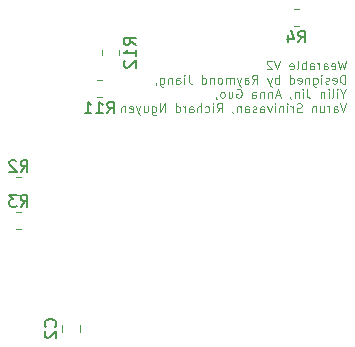
<source format=gbr>
%TF.GenerationSoftware,KiCad,Pcbnew,8.0.3*%
%TF.CreationDate,2025-03-18T19:22:59-05:00*%
%TF.ProjectId,wearable_v2_nrf,77656172-6162-46c6-955f-76325f6e7266,rev?*%
%TF.SameCoordinates,Original*%
%TF.FileFunction,Legend,Bot*%
%TF.FilePolarity,Positive*%
%FSLAX46Y46*%
G04 Gerber Fmt 4.6, Leading zero omitted, Abs format (unit mm)*
G04 Created by KiCad (PCBNEW 8.0.3) date 2025-03-18 19:22:59*
%MOMM*%
%LPD*%
G01*
G04 APERTURE LIST*
%ADD10C,0.093750*%
%ADD11C,0.150000*%
%ADD12C,0.120000*%
G04 APERTURE END LIST*
D10*
X113106180Y-56530965D02*
X112927608Y-57280965D01*
X112927608Y-57280965D02*
X112784751Y-56745251D01*
X112784751Y-56745251D02*
X112641894Y-57280965D01*
X112641894Y-57280965D02*
X112463323Y-56530965D01*
X111891894Y-57245251D02*
X111963322Y-57280965D01*
X111963322Y-57280965D02*
X112106180Y-57280965D01*
X112106180Y-57280965D02*
X112177608Y-57245251D01*
X112177608Y-57245251D02*
X112213322Y-57173822D01*
X112213322Y-57173822D02*
X112213322Y-56888108D01*
X112213322Y-56888108D02*
X112177608Y-56816679D01*
X112177608Y-56816679D02*
X112106180Y-56780965D01*
X112106180Y-56780965D02*
X111963322Y-56780965D01*
X111963322Y-56780965D02*
X111891894Y-56816679D01*
X111891894Y-56816679D02*
X111856180Y-56888108D01*
X111856180Y-56888108D02*
X111856180Y-56959536D01*
X111856180Y-56959536D02*
X112213322Y-57030965D01*
X111213323Y-57280965D02*
X111213323Y-56888108D01*
X111213323Y-56888108D02*
X111249037Y-56816679D01*
X111249037Y-56816679D02*
X111320465Y-56780965D01*
X111320465Y-56780965D02*
X111463323Y-56780965D01*
X111463323Y-56780965D02*
X111534751Y-56816679D01*
X111213323Y-57245251D02*
X111284751Y-57280965D01*
X111284751Y-57280965D02*
X111463323Y-57280965D01*
X111463323Y-57280965D02*
X111534751Y-57245251D01*
X111534751Y-57245251D02*
X111570465Y-57173822D01*
X111570465Y-57173822D02*
X111570465Y-57102393D01*
X111570465Y-57102393D02*
X111534751Y-57030965D01*
X111534751Y-57030965D02*
X111463323Y-56995251D01*
X111463323Y-56995251D02*
X111284751Y-56995251D01*
X111284751Y-56995251D02*
X111213323Y-56959536D01*
X110856180Y-57280965D02*
X110856180Y-56780965D01*
X110856180Y-56923822D02*
X110820466Y-56852393D01*
X110820466Y-56852393D02*
X110784752Y-56816679D01*
X110784752Y-56816679D02*
X110713323Y-56780965D01*
X110713323Y-56780965D02*
X110641894Y-56780965D01*
X110070466Y-57280965D02*
X110070466Y-56888108D01*
X110070466Y-56888108D02*
X110106180Y-56816679D01*
X110106180Y-56816679D02*
X110177608Y-56780965D01*
X110177608Y-56780965D02*
X110320466Y-56780965D01*
X110320466Y-56780965D02*
X110391894Y-56816679D01*
X110070466Y-57245251D02*
X110141894Y-57280965D01*
X110141894Y-57280965D02*
X110320466Y-57280965D01*
X110320466Y-57280965D02*
X110391894Y-57245251D01*
X110391894Y-57245251D02*
X110427608Y-57173822D01*
X110427608Y-57173822D02*
X110427608Y-57102393D01*
X110427608Y-57102393D02*
X110391894Y-57030965D01*
X110391894Y-57030965D02*
X110320466Y-56995251D01*
X110320466Y-56995251D02*
X110141894Y-56995251D01*
X110141894Y-56995251D02*
X110070466Y-56959536D01*
X109713323Y-57280965D02*
X109713323Y-56530965D01*
X109713323Y-56816679D02*
X109641895Y-56780965D01*
X109641895Y-56780965D02*
X109499037Y-56780965D01*
X109499037Y-56780965D02*
X109427609Y-56816679D01*
X109427609Y-56816679D02*
X109391895Y-56852393D01*
X109391895Y-56852393D02*
X109356180Y-56923822D01*
X109356180Y-56923822D02*
X109356180Y-57138108D01*
X109356180Y-57138108D02*
X109391895Y-57209536D01*
X109391895Y-57209536D02*
X109427609Y-57245251D01*
X109427609Y-57245251D02*
X109499037Y-57280965D01*
X109499037Y-57280965D02*
X109641895Y-57280965D01*
X109641895Y-57280965D02*
X109713323Y-57245251D01*
X108927609Y-57280965D02*
X108999038Y-57245251D01*
X108999038Y-57245251D02*
X109034752Y-57173822D01*
X109034752Y-57173822D02*
X109034752Y-56530965D01*
X108356181Y-57245251D02*
X108427609Y-57280965D01*
X108427609Y-57280965D02*
X108570467Y-57280965D01*
X108570467Y-57280965D02*
X108641895Y-57245251D01*
X108641895Y-57245251D02*
X108677609Y-57173822D01*
X108677609Y-57173822D02*
X108677609Y-56888108D01*
X108677609Y-56888108D02*
X108641895Y-56816679D01*
X108641895Y-56816679D02*
X108570467Y-56780965D01*
X108570467Y-56780965D02*
X108427609Y-56780965D01*
X108427609Y-56780965D02*
X108356181Y-56816679D01*
X108356181Y-56816679D02*
X108320467Y-56888108D01*
X108320467Y-56888108D02*
X108320467Y-56959536D01*
X108320467Y-56959536D02*
X108677609Y-57030965D01*
X107534752Y-56530965D02*
X107284752Y-57280965D01*
X107284752Y-57280965D02*
X107034752Y-56530965D01*
X106820466Y-56602393D02*
X106784752Y-56566679D01*
X106784752Y-56566679D02*
X106713324Y-56530965D01*
X106713324Y-56530965D02*
X106534752Y-56530965D01*
X106534752Y-56530965D02*
X106463324Y-56566679D01*
X106463324Y-56566679D02*
X106427609Y-56602393D01*
X106427609Y-56602393D02*
X106391895Y-56673822D01*
X106391895Y-56673822D02*
X106391895Y-56745251D01*
X106391895Y-56745251D02*
X106427609Y-56852393D01*
X106427609Y-56852393D02*
X106856181Y-57280965D01*
X106856181Y-57280965D02*
X106391895Y-57280965D01*
X113034751Y-58488423D02*
X113034751Y-57738423D01*
X113034751Y-57738423D02*
X112856180Y-57738423D01*
X112856180Y-57738423D02*
X112749037Y-57774137D01*
X112749037Y-57774137D02*
X112677608Y-57845566D01*
X112677608Y-57845566D02*
X112641894Y-57916994D01*
X112641894Y-57916994D02*
X112606180Y-58059851D01*
X112606180Y-58059851D02*
X112606180Y-58166994D01*
X112606180Y-58166994D02*
X112641894Y-58309851D01*
X112641894Y-58309851D02*
X112677608Y-58381280D01*
X112677608Y-58381280D02*
X112749037Y-58452709D01*
X112749037Y-58452709D02*
X112856180Y-58488423D01*
X112856180Y-58488423D02*
X113034751Y-58488423D01*
X111999037Y-58452709D02*
X112070465Y-58488423D01*
X112070465Y-58488423D02*
X112213323Y-58488423D01*
X112213323Y-58488423D02*
X112284751Y-58452709D01*
X112284751Y-58452709D02*
X112320465Y-58381280D01*
X112320465Y-58381280D02*
X112320465Y-58095566D01*
X112320465Y-58095566D02*
X112284751Y-58024137D01*
X112284751Y-58024137D02*
X112213323Y-57988423D01*
X112213323Y-57988423D02*
X112070465Y-57988423D01*
X112070465Y-57988423D02*
X111999037Y-58024137D01*
X111999037Y-58024137D02*
X111963323Y-58095566D01*
X111963323Y-58095566D02*
X111963323Y-58166994D01*
X111963323Y-58166994D02*
X112320465Y-58238423D01*
X111677608Y-58452709D02*
X111606180Y-58488423D01*
X111606180Y-58488423D02*
X111463323Y-58488423D01*
X111463323Y-58488423D02*
X111391894Y-58452709D01*
X111391894Y-58452709D02*
X111356180Y-58381280D01*
X111356180Y-58381280D02*
X111356180Y-58345566D01*
X111356180Y-58345566D02*
X111391894Y-58274137D01*
X111391894Y-58274137D02*
X111463323Y-58238423D01*
X111463323Y-58238423D02*
X111570466Y-58238423D01*
X111570466Y-58238423D02*
X111641894Y-58202709D01*
X111641894Y-58202709D02*
X111677608Y-58131280D01*
X111677608Y-58131280D02*
X111677608Y-58095566D01*
X111677608Y-58095566D02*
X111641894Y-58024137D01*
X111641894Y-58024137D02*
X111570466Y-57988423D01*
X111570466Y-57988423D02*
X111463323Y-57988423D01*
X111463323Y-57988423D02*
X111391894Y-58024137D01*
X111034751Y-58488423D02*
X111034751Y-57988423D01*
X111034751Y-57738423D02*
X111070465Y-57774137D01*
X111070465Y-57774137D02*
X111034751Y-57809851D01*
X111034751Y-57809851D02*
X110999037Y-57774137D01*
X110999037Y-57774137D02*
X111034751Y-57738423D01*
X111034751Y-57738423D02*
X111034751Y-57809851D01*
X110356180Y-57988423D02*
X110356180Y-58595566D01*
X110356180Y-58595566D02*
X110391894Y-58666994D01*
X110391894Y-58666994D02*
X110427608Y-58702709D01*
X110427608Y-58702709D02*
X110499037Y-58738423D01*
X110499037Y-58738423D02*
X110606180Y-58738423D01*
X110606180Y-58738423D02*
X110677608Y-58702709D01*
X110356180Y-58452709D02*
X110427608Y-58488423D01*
X110427608Y-58488423D02*
X110570465Y-58488423D01*
X110570465Y-58488423D02*
X110641894Y-58452709D01*
X110641894Y-58452709D02*
X110677608Y-58416994D01*
X110677608Y-58416994D02*
X110713322Y-58345566D01*
X110713322Y-58345566D02*
X110713322Y-58131280D01*
X110713322Y-58131280D02*
X110677608Y-58059851D01*
X110677608Y-58059851D02*
X110641894Y-58024137D01*
X110641894Y-58024137D02*
X110570465Y-57988423D01*
X110570465Y-57988423D02*
X110427608Y-57988423D01*
X110427608Y-57988423D02*
X110356180Y-58024137D01*
X109999037Y-57988423D02*
X109999037Y-58488423D01*
X109999037Y-58059851D02*
X109963323Y-58024137D01*
X109963323Y-58024137D02*
X109891894Y-57988423D01*
X109891894Y-57988423D02*
X109784751Y-57988423D01*
X109784751Y-57988423D02*
X109713323Y-58024137D01*
X109713323Y-58024137D02*
X109677609Y-58095566D01*
X109677609Y-58095566D02*
X109677609Y-58488423D01*
X109034752Y-58452709D02*
X109106180Y-58488423D01*
X109106180Y-58488423D02*
X109249038Y-58488423D01*
X109249038Y-58488423D02*
X109320466Y-58452709D01*
X109320466Y-58452709D02*
X109356180Y-58381280D01*
X109356180Y-58381280D02*
X109356180Y-58095566D01*
X109356180Y-58095566D02*
X109320466Y-58024137D01*
X109320466Y-58024137D02*
X109249038Y-57988423D01*
X109249038Y-57988423D02*
X109106180Y-57988423D01*
X109106180Y-57988423D02*
X109034752Y-58024137D01*
X109034752Y-58024137D02*
X108999038Y-58095566D01*
X108999038Y-58095566D02*
X108999038Y-58166994D01*
X108999038Y-58166994D02*
X109356180Y-58238423D01*
X108356181Y-58488423D02*
X108356181Y-57738423D01*
X108356181Y-58452709D02*
X108427609Y-58488423D01*
X108427609Y-58488423D02*
X108570466Y-58488423D01*
X108570466Y-58488423D02*
X108641895Y-58452709D01*
X108641895Y-58452709D02*
X108677609Y-58416994D01*
X108677609Y-58416994D02*
X108713323Y-58345566D01*
X108713323Y-58345566D02*
X108713323Y-58131280D01*
X108713323Y-58131280D02*
X108677609Y-58059851D01*
X108677609Y-58059851D02*
X108641895Y-58024137D01*
X108641895Y-58024137D02*
X108570466Y-57988423D01*
X108570466Y-57988423D02*
X108427609Y-57988423D01*
X108427609Y-57988423D02*
X108356181Y-58024137D01*
X107427609Y-58488423D02*
X107427609Y-57738423D01*
X107427609Y-58024137D02*
X107356181Y-57988423D01*
X107356181Y-57988423D02*
X107213323Y-57988423D01*
X107213323Y-57988423D02*
X107141895Y-58024137D01*
X107141895Y-58024137D02*
X107106181Y-58059851D01*
X107106181Y-58059851D02*
X107070466Y-58131280D01*
X107070466Y-58131280D02*
X107070466Y-58345566D01*
X107070466Y-58345566D02*
X107106181Y-58416994D01*
X107106181Y-58416994D02*
X107141895Y-58452709D01*
X107141895Y-58452709D02*
X107213323Y-58488423D01*
X107213323Y-58488423D02*
X107356181Y-58488423D01*
X107356181Y-58488423D02*
X107427609Y-58452709D01*
X106820467Y-57988423D02*
X106641895Y-58488423D01*
X106463324Y-57988423D02*
X106641895Y-58488423D01*
X106641895Y-58488423D02*
X106713324Y-58666994D01*
X106713324Y-58666994D02*
X106749038Y-58702709D01*
X106749038Y-58702709D02*
X106820467Y-58738423D01*
X105177609Y-58488423D02*
X105427609Y-58131280D01*
X105606180Y-58488423D02*
X105606180Y-57738423D01*
X105606180Y-57738423D02*
X105320466Y-57738423D01*
X105320466Y-57738423D02*
X105249037Y-57774137D01*
X105249037Y-57774137D02*
X105213323Y-57809851D01*
X105213323Y-57809851D02*
X105177609Y-57881280D01*
X105177609Y-57881280D02*
X105177609Y-57988423D01*
X105177609Y-57988423D02*
X105213323Y-58059851D01*
X105213323Y-58059851D02*
X105249037Y-58095566D01*
X105249037Y-58095566D02*
X105320466Y-58131280D01*
X105320466Y-58131280D02*
X105606180Y-58131280D01*
X104534752Y-58488423D02*
X104534752Y-58095566D01*
X104534752Y-58095566D02*
X104570466Y-58024137D01*
X104570466Y-58024137D02*
X104641894Y-57988423D01*
X104641894Y-57988423D02*
X104784752Y-57988423D01*
X104784752Y-57988423D02*
X104856180Y-58024137D01*
X104534752Y-58452709D02*
X104606180Y-58488423D01*
X104606180Y-58488423D02*
X104784752Y-58488423D01*
X104784752Y-58488423D02*
X104856180Y-58452709D01*
X104856180Y-58452709D02*
X104891894Y-58381280D01*
X104891894Y-58381280D02*
X104891894Y-58309851D01*
X104891894Y-58309851D02*
X104856180Y-58238423D01*
X104856180Y-58238423D02*
X104784752Y-58202709D01*
X104784752Y-58202709D02*
X104606180Y-58202709D01*
X104606180Y-58202709D02*
X104534752Y-58166994D01*
X104249038Y-57988423D02*
X104070466Y-58488423D01*
X103891895Y-57988423D02*
X104070466Y-58488423D01*
X104070466Y-58488423D02*
X104141895Y-58666994D01*
X104141895Y-58666994D02*
X104177609Y-58702709D01*
X104177609Y-58702709D02*
X104249038Y-58738423D01*
X103606180Y-58488423D02*
X103606180Y-57988423D01*
X103606180Y-58059851D02*
X103570466Y-58024137D01*
X103570466Y-58024137D02*
X103499037Y-57988423D01*
X103499037Y-57988423D02*
X103391894Y-57988423D01*
X103391894Y-57988423D02*
X103320466Y-58024137D01*
X103320466Y-58024137D02*
X103284752Y-58095566D01*
X103284752Y-58095566D02*
X103284752Y-58488423D01*
X103284752Y-58095566D02*
X103249037Y-58024137D01*
X103249037Y-58024137D02*
X103177609Y-57988423D01*
X103177609Y-57988423D02*
X103070466Y-57988423D01*
X103070466Y-57988423D02*
X102999037Y-58024137D01*
X102999037Y-58024137D02*
X102963323Y-58095566D01*
X102963323Y-58095566D02*
X102963323Y-58488423D01*
X102499037Y-58488423D02*
X102570466Y-58452709D01*
X102570466Y-58452709D02*
X102606180Y-58416994D01*
X102606180Y-58416994D02*
X102641894Y-58345566D01*
X102641894Y-58345566D02*
X102641894Y-58131280D01*
X102641894Y-58131280D02*
X102606180Y-58059851D01*
X102606180Y-58059851D02*
X102570466Y-58024137D01*
X102570466Y-58024137D02*
X102499037Y-57988423D01*
X102499037Y-57988423D02*
X102391894Y-57988423D01*
X102391894Y-57988423D02*
X102320466Y-58024137D01*
X102320466Y-58024137D02*
X102284752Y-58059851D01*
X102284752Y-58059851D02*
X102249037Y-58131280D01*
X102249037Y-58131280D02*
X102249037Y-58345566D01*
X102249037Y-58345566D02*
X102284752Y-58416994D01*
X102284752Y-58416994D02*
X102320466Y-58452709D01*
X102320466Y-58452709D02*
X102391894Y-58488423D01*
X102391894Y-58488423D02*
X102499037Y-58488423D01*
X101927609Y-57988423D02*
X101927609Y-58488423D01*
X101927609Y-58059851D02*
X101891895Y-58024137D01*
X101891895Y-58024137D02*
X101820466Y-57988423D01*
X101820466Y-57988423D02*
X101713323Y-57988423D01*
X101713323Y-57988423D02*
X101641895Y-58024137D01*
X101641895Y-58024137D02*
X101606181Y-58095566D01*
X101606181Y-58095566D02*
X101606181Y-58488423D01*
X100927610Y-58488423D02*
X100927610Y-57738423D01*
X100927610Y-58452709D02*
X100999038Y-58488423D01*
X100999038Y-58488423D02*
X101141895Y-58488423D01*
X101141895Y-58488423D02*
X101213324Y-58452709D01*
X101213324Y-58452709D02*
X101249038Y-58416994D01*
X101249038Y-58416994D02*
X101284752Y-58345566D01*
X101284752Y-58345566D02*
X101284752Y-58131280D01*
X101284752Y-58131280D02*
X101249038Y-58059851D01*
X101249038Y-58059851D02*
X101213324Y-58024137D01*
X101213324Y-58024137D02*
X101141895Y-57988423D01*
X101141895Y-57988423D02*
X100999038Y-57988423D01*
X100999038Y-57988423D02*
X100927610Y-58024137D01*
X99784752Y-57738423D02*
X99784752Y-58274137D01*
X99784752Y-58274137D02*
X99820467Y-58381280D01*
X99820467Y-58381280D02*
X99891895Y-58452709D01*
X99891895Y-58452709D02*
X99999038Y-58488423D01*
X99999038Y-58488423D02*
X100070467Y-58488423D01*
X99427609Y-58488423D02*
X99427609Y-57988423D01*
X99427609Y-57738423D02*
X99463323Y-57774137D01*
X99463323Y-57774137D02*
X99427609Y-57809851D01*
X99427609Y-57809851D02*
X99391895Y-57774137D01*
X99391895Y-57774137D02*
X99427609Y-57738423D01*
X99427609Y-57738423D02*
X99427609Y-57809851D01*
X98749038Y-58488423D02*
X98749038Y-58095566D01*
X98749038Y-58095566D02*
X98784752Y-58024137D01*
X98784752Y-58024137D02*
X98856180Y-57988423D01*
X98856180Y-57988423D02*
X98999038Y-57988423D01*
X98999038Y-57988423D02*
X99070466Y-58024137D01*
X98749038Y-58452709D02*
X98820466Y-58488423D01*
X98820466Y-58488423D02*
X98999038Y-58488423D01*
X98999038Y-58488423D02*
X99070466Y-58452709D01*
X99070466Y-58452709D02*
X99106180Y-58381280D01*
X99106180Y-58381280D02*
X99106180Y-58309851D01*
X99106180Y-58309851D02*
X99070466Y-58238423D01*
X99070466Y-58238423D02*
X98999038Y-58202709D01*
X98999038Y-58202709D02*
X98820466Y-58202709D01*
X98820466Y-58202709D02*
X98749038Y-58166994D01*
X98391895Y-57988423D02*
X98391895Y-58488423D01*
X98391895Y-58059851D02*
X98356181Y-58024137D01*
X98356181Y-58024137D02*
X98284752Y-57988423D01*
X98284752Y-57988423D02*
X98177609Y-57988423D01*
X98177609Y-57988423D02*
X98106181Y-58024137D01*
X98106181Y-58024137D02*
X98070467Y-58095566D01*
X98070467Y-58095566D02*
X98070467Y-58488423D01*
X97391896Y-57988423D02*
X97391896Y-58595566D01*
X97391896Y-58595566D02*
X97427610Y-58666994D01*
X97427610Y-58666994D02*
X97463324Y-58702709D01*
X97463324Y-58702709D02*
X97534753Y-58738423D01*
X97534753Y-58738423D02*
X97641896Y-58738423D01*
X97641896Y-58738423D02*
X97713324Y-58702709D01*
X97391896Y-58452709D02*
X97463324Y-58488423D01*
X97463324Y-58488423D02*
X97606181Y-58488423D01*
X97606181Y-58488423D02*
X97677610Y-58452709D01*
X97677610Y-58452709D02*
X97713324Y-58416994D01*
X97713324Y-58416994D02*
X97749038Y-58345566D01*
X97749038Y-58345566D02*
X97749038Y-58131280D01*
X97749038Y-58131280D02*
X97713324Y-58059851D01*
X97713324Y-58059851D02*
X97677610Y-58024137D01*
X97677610Y-58024137D02*
X97606181Y-57988423D01*
X97606181Y-57988423D02*
X97463324Y-57988423D01*
X97463324Y-57988423D02*
X97391896Y-58024137D01*
X96999039Y-58452709D02*
X96999039Y-58488423D01*
X96999039Y-58488423D02*
X97034753Y-58559851D01*
X97034753Y-58559851D02*
X97070467Y-58595566D01*
X112891894Y-59338738D02*
X112891894Y-59695881D01*
X113141894Y-58945881D02*
X112891894Y-59338738D01*
X112891894Y-59338738D02*
X112641894Y-58945881D01*
X112391894Y-59695881D02*
X112391894Y-59195881D01*
X112391894Y-58945881D02*
X112427608Y-58981595D01*
X112427608Y-58981595D02*
X112391894Y-59017309D01*
X112391894Y-59017309D02*
X112356180Y-58981595D01*
X112356180Y-58981595D02*
X112391894Y-58945881D01*
X112391894Y-58945881D02*
X112391894Y-59017309D01*
X111927608Y-59695881D02*
X111999037Y-59660167D01*
X111999037Y-59660167D02*
X112034751Y-59588738D01*
X112034751Y-59588738D02*
X112034751Y-58945881D01*
X111641894Y-59695881D02*
X111641894Y-59195881D01*
X111641894Y-58945881D02*
X111677608Y-58981595D01*
X111677608Y-58981595D02*
X111641894Y-59017309D01*
X111641894Y-59017309D02*
X111606180Y-58981595D01*
X111606180Y-58981595D02*
X111641894Y-58945881D01*
X111641894Y-58945881D02*
X111641894Y-59017309D01*
X111284751Y-59195881D02*
X111284751Y-59695881D01*
X111284751Y-59267309D02*
X111249037Y-59231595D01*
X111249037Y-59231595D02*
X111177608Y-59195881D01*
X111177608Y-59195881D02*
X111070465Y-59195881D01*
X111070465Y-59195881D02*
X110999037Y-59231595D01*
X110999037Y-59231595D02*
X110963323Y-59303024D01*
X110963323Y-59303024D02*
X110963323Y-59695881D01*
X109820465Y-58945881D02*
X109820465Y-59481595D01*
X109820465Y-59481595D02*
X109856180Y-59588738D01*
X109856180Y-59588738D02*
X109927608Y-59660167D01*
X109927608Y-59660167D02*
X110034751Y-59695881D01*
X110034751Y-59695881D02*
X110106180Y-59695881D01*
X109463322Y-59695881D02*
X109463322Y-59195881D01*
X109463322Y-58945881D02*
X109499036Y-58981595D01*
X109499036Y-58981595D02*
X109463322Y-59017309D01*
X109463322Y-59017309D02*
X109427608Y-58981595D01*
X109427608Y-58981595D02*
X109463322Y-58945881D01*
X109463322Y-58945881D02*
X109463322Y-59017309D01*
X109106179Y-59195881D02*
X109106179Y-59695881D01*
X109106179Y-59267309D02*
X109070465Y-59231595D01*
X109070465Y-59231595D02*
X108999036Y-59195881D01*
X108999036Y-59195881D02*
X108891893Y-59195881D01*
X108891893Y-59195881D02*
X108820465Y-59231595D01*
X108820465Y-59231595D02*
X108784751Y-59303024D01*
X108784751Y-59303024D02*
X108784751Y-59695881D01*
X108391894Y-59660167D02*
X108391894Y-59695881D01*
X108391894Y-59695881D02*
X108427608Y-59767309D01*
X108427608Y-59767309D02*
X108463322Y-59803024D01*
X107534750Y-59481595D02*
X107177608Y-59481595D01*
X107606179Y-59695881D02*
X107356179Y-58945881D01*
X107356179Y-58945881D02*
X107106179Y-59695881D01*
X106856179Y-59195881D02*
X106856179Y-59695881D01*
X106856179Y-59267309D02*
X106820465Y-59231595D01*
X106820465Y-59231595D02*
X106749036Y-59195881D01*
X106749036Y-59195881D02*
X106641893Y-59195881D01*
X106641893Y-59195881D02*
X106570465Y-59231595D01*
X106570465Y-59231595D02*
X106534751Y-59303024D01*
X106534751Y-59303024D02*
X106534751Y-59695881D01*
X106177608Y-59195881D02*
X106177608Y-59695881D01*
X106177608Y-59267309D02*
X106141894Y-59231595D01*
X106141894Y-59231595D02*
X106070465Y-59195881D01*
X106070465Y-59195881D02*
X105963322Y-59195881D01*
X105963322Y-59195881D02*
X105891894Y-59231595D01*
X105891894Y-59231595D02*
X105856180Y-59303024D01*
X105856180Y-59303024D02*
X105856180Y-59695881D01*
X105177609Y-59695881D02*
X105177609Y-59303024D01*
X105177609Y-59303024D02*
X105213323Y-59231595D01*
X105213323Y-59231595D02*
X105284751Y-59195881D01*
X105284751Y-59195881D02*
X105427609Y-59195881D01*
X105427609Y-59195881D02*
X105499037Y-59231595D01*
X105177609Y-59660167D02*
X105249037Y-59695881D01*
X105249037Y-59695881D02*
X105427609Y-59695881D01*
X105427609Y-59695881D02*
X105499037Y-59660167D01*
X105499037Y-59660167D02*
X105534751Y-59588738D01*
X105534751Y-59588738D02*
X105534751Y-59517309D01*
X105534751Y-59517309D02*
X105499037Y-59445881D01*
X105499037Y-59445881D02*
X105427609Y-59410167D01*
X105427609Y-59410167D02*
X105249037Y-59410167D01*
X105249037Y-59410167D02*
X105177609Y-59374452D01*
X103856180Y-58981595D02*
X103927609Y-58945881D01*
X103927609Y-58945881D02*
X104034751Y-58945881D01*
X104034751Y-58945881D02*
X104141894Y-58981595D01*
X104141894Y-58981595D02*
X104213323Y-59053024D01*
X104213323Y-59053024D02*
X104249037Y-59124452D01*
X104249037Y-59124452D02*
X104284751Y-59267309D01*
X104284751Y-59267309D02*
X104284751Y-59374452D01*
X104284751Y-59374452D02*
X104249037Y-59517309D01*
X104249037Y-59517309D02*
X104213323Y-59588738D01*
X104213323Y-59588738D02*
X104141894Y-59660167D01*
X104141894Y-59660167D02*
X104034751Y-59695881D01*
X104034751Y-59695881D02*
X103963323Y-59695881D01*
X103963323Y-59695881D02*
X103856180Y-59660167D01*
X103856180Y-59660167D02*
X103820466Y-59624452D01*
X103820466Y-59624452D02*
X103820466Y-59374452D01*
X103820466Y-59374452D02*
X103963323Y-59374452D01*
X103177609Y-59195881D02*
X103177609Y-59695881D01*
X103499037Y-59195881D02*
X103499037Y-59588738D01*
X103499037Y-59588738D02*
X103463323Y-59660167D01*
X103463323Y-59660167D02*
X103391894Y-59695881D01*
X103391894Y-59695881D02*
X103284751Y-59695881D01*
X103284751Y-59695881D02*
X103213323Y-59660167D01*
X103213323Y-59660167D02*
X103177609Y-59624452D01*
X102713323Y-59695881D02*
X102784752Y-59660167D01*
X102784752Y-59660167D02*
X102820466Y-59624452D01*
X102820466Y-59624452D02*
X102856180Y-59553024D01*
X102856180Y-59553024D02*
X102856180Y-59338738D01*
X102856180Y-59338738D02*
X102820466Y-59267309D01*
X102820466Y-59267309D02*
X102784752Y-59231595D01*
X102784752Y-59231595D02*
X102713323Y-59195881D01*
X102713323Y-59195881D02*
X102606180Y-59195881D01*
X102606180Y-59195881D02*
X102534752Y-59231595D01*
X102534752Y-59231595D02*
X102499038Y-59267309D01*
X102499038Y-59267309D02*
X102463323Y-59338738D01*
X102463323Y-59338738D02*
X102463323Y-59553024D01*
X102463323Y-59553024D02*
X102499038Y-59624452D01*
X102499038Y-59624452D02*
X102534752Y-59660167D01*
X102534752Y-59660167D02*
X102606180Y-59695881D01*
X102606180Y-59695881D02*
X102713323Y-59695881D01*
X102106181Y-59660167D02*
X102106181Y-59695881D01*
X102106181Y-59695881D02*
X102141895Y-59767309D01*
X102141895Y-59767309D02*
X102177609Y-59803024D01*
X113141894Y-60153339D02*
X112891894Y-60903339D01*
X112891894Y-60903339D02*
X112641894Y-60153339D01*
X112070466Y-60903339D02*
X112070466Y-60510482D01*
X112070466Y-60510482D02*
X112106180Y-60439053D01*
X112106180Y-60439053D02*
X112177608Y-60403339D01*
X112177608Y-60403339D02*
X112320466Y-60403339D01*
X112320466Y-60403339D02*
X112391894Y-60439053D01*
X112070466Y-60867625D02*
X112141894Y-60903339D01*
X112141894Y-60903339D02*
X112320466Y-60903339D01*
X112320466Y-60903339D02*
X112391894Y-60867625D01*
X112391894Y-60867625D02*
X112427608Y-60796196D01*
X112427608Y-60796196D02*
X112427608Y-60724767D01*
X112427608Y-60724767D02*
X112391894Y-60653339D01*
X112391894Y-60653339D02*
X112320466Y-60617625D01*
X112320466Y-60617625D02*
X112141894Y-60617625D01*
X112141894Y-60617625D02*
X112070466Y-60581910D01*
X111713323Y-60903339D02*
X111713323Y-60403339D01*
X111713323Y-60546196D02*
X111677609Y-60474767D01*
X111677609Y-60474767D02*
X111641895Y-60439053D01*
X111641895Y-60439053D02*
X111570466Y-60403339D01*
X111570466Y-60403339D02*
X111499037Y-60403339D01*
X110927609Y-60403339D02*
X110927609Y-60903339D01*
X111249037Y-60403339D02*
X111249037Y-60796196D01*
X111249037Y-60796196D02*
X111213323Y-60867625D01*
X111213323Y-60867625D02*
X111141894Y-60903339D01*
X111141894Y-60903339D02*
X111034751Y-60903339D01*
X111034751Y-60903339D02*
X110963323Y-60867625D01*
X110963323Y-60867625D02*
X110927609Y-60831910D01*
X110570466Y-60403339D02*
X110570466Y-60903339D01*
X110570466Y-60474767D02*
X110534752Y-60439053D01*
X110534752Y-60439053D02*
X110463323Y-60403339D01*
X110463323Y-60403339D02*
X110356180Y-60403339D01*
X110356180Y-60403339D02*
X110284752Y-60439053D01*
X110284752Y-60439053D02*
X110249038Y-60510482D01*
X110249038Y-60510482D02*
X110249038Y-60903339D01*
X109356180Y-60867625D02*
X109249038Y-60903339D01*
X109249038Y-60903339D02*
X109070466Y-60903339D01*
X109070466Y-60903339D02*
X108999038Y-60867625D01*
X108999038Y-60867625D02*
X108963323Y-60831910D01*
X108963323Y-60831910D02*
X108927609Y-60760482D01*
X108927609Y-60760482D02*
X108927609Y-60689053D01*
X108927609Y-60689053D02*
X108963323Y-60617625D01*
X108963323Y-60617625D02*
X108999038Y-60581910D01*
X108999038Y-60581910D02*
X109070466Y-60546196D01*
X109070466Y-60546196D02*
X109213323Y-60510482D01*
X109213323Y-60510482D02*
X109284752Y-60474767D01*
X109284752Y-60474767D02*
X109320466Y-60439053D01*
X109320466Y-60439053D02*
X109356180Y-60367625D01*
X109356180Y-60367625D02*
X109356180Y-60296196D01*
X109356180Y-60296196D02*
X109320466Y-60224767D01*
X109320466Y-60224767D02*
X109284752Y-60189053D01*
X109284752Y-60189053D02*
X109213323Y-60153339D01*
X109213323Y-60153339D02*
X109034752Y-60153339D01*
X109034752Y-60153339D02*
X108927609Y-60189053D01*
X108606180Y-60903339D02*
X108606180Y-60403339D01*
X108606180Y-60546196D02*
X108570466Y-60474767D01*
X108570466Y-60474767D02*
X108534752Y-60439053D01*
X108534752Y-60439053D02*
X108463323Y-60403339D01*
X108463323Y-60403339D02*
X108391894Y-60403339D01*
X108141894Y-60903339D02*
X108141894Y-60403339D01*
X108141894Y-60153339D02*
X108177608Y-60189053D01*
X108177608Y-60189053D02*
X108141894Y-60224767D01*
X108141894Y-60224767D02*
X108106180Y-60189053D01*
X108106180Y-60189053D02*
X108141894Y-60153339D01*
X108141894Y-60153339D02*
X108141894Y-60224767D01*
X107784751Y-60403339D02*
X107784751Y-60903339D01*
X107784751Y-60474767D02*
X107749037Y-60439053D01*
X107749037Y-60439053D02*
X107677608Y-60403339D01*
X107677608Y-60403339D02*
X107570465Y-60403339D01*
X107570465Y-60403339D02*
X107499037Y-60439053D01*
X107499037Y-60439053D02*
X107463323Y-60510482D01*
X107463323Y-60510482D02*
X107463323Y-60903339D01*
X107106180Y-60903339D02*
X107106180Y-60403339D01*
X107106180Y-60153339D02*
X107141894Y-60189053D01*
X107141894Y-60189053D02*
X107106180Y-60224767D01*
X107106180Y-60224767D02*
X107070466Y-60189053D01*
X107070466Y-60189053D02*
X107106180Y-60153339D01*
X107106180Y-60153339D02*
X107106180Y-60224767D01*
X106820466Y-60403339D02*
X106641894Y-60903339D01*
X106641894Y-60903339D02*
X106463323Y-60403339D01*
X105856180Y-60903339D02*
X105856180Y-60510482D01*
X105856180Y-60510482D02*
X105891894Y-60439053D01*
X105891894Y-60439053D02*
X105963322Y-60403339D01*
X105963322Y-60403339D02*
X106106180Y-60403339D01*
X106106180Y-60403339D02*
X106177608Y-60439053D01*
X105856180Y-60867625D02*
X105927608Y-60903339D01*
X105927608Y-60903339D02*
X106106180Y-60903339D01*
X106106180Y-60903339D02*
X106177608Y-60867625D01*
X106177608Y-60867625D02*
X106213322Y-60796196D01*
X106213322Y-60796196D02*
X106213322Y-60724767D01*
X106213322Y-60724767D02*
X106177608Y-60653339D01*
X106177608Y-60653339D02*
X106106180Y-60617625D01*
X106106180Y-60617625D02*
X105927608Y-60617625D01*
X105927608Y-60617625D02*
X105856180Y-60581910D01*
X105534751Y-60867625D02*
X105463323Y-60903339D01*
X105463323Y-60903339D02*
X105320466Y-60903339D01*
X105320466Y-60903339D02*
X105249037Y-60867625D01*
X105249037Y-60867625D02*
X105213323Y-60796196D01*
X105213323Y-60796196D02*
X105213323Y-60760482D01*
X105213323Y-60760482D02*
X105249037Y-60689053D01*
X105249037Y-60689053D02*
X105320466Y-60653339D01*
X105320466Y-60653339D02*
X105427609Y-60653339D01*
X105427609Y-60653339D02*
X105499037Y-60617625D01*
X105499037Y-60617625D02*
X105534751Y-60546196D01*
X105534751Y-60546196D02*
X105534751Y-60510482D01*
X105534751Y-60510482D02*
X105499037Y-60439053D01*
X105499037Y-60439053D02*
X105427609Y-60403339D01*
X105427609Y-60403339D02*
X105320466Y-60403339D01*
X105320466Y-60403339D02*
X105249037Y-60439053D01*
X104570466Y-60903339D02*
X104570466Y-60510482D01*
X104570466Y-60510482D02*
X104606180Y-60439053D01*
X104606180Y-60439053D02*
X104677608Y-60403339D01*
X104677608Y-60403339D02*
X104820466Y-60403339D01*
X104820466Y-60403339D02*
X104891894Y-60439053D01*
X104570466Y-60867625D02*
X104641894Y-60903339D01*
X104641894Y-60903339D02*
X104820466Y-60903339D01*
X104820466Y-60903339D02*
X104891894Y-60867625D01*
X104891894Y-60867625D02*
X104927608Y-60796196D01*
X104927608Y-60796196D02*
X104927608Y-60724767D01*
X104927608Y-60724767D02*
X104891894Y-60653339D01*
X104891894Y-60653339D02*
X104820466Y-60617625D01*
X104820466Y-60617625D02*
X104641894Y-60617625D01*
X104641894Y-60617625D02*
X104570466Y-60581910D01*
X104213323Y-60403339D02*
X104213323Y-60903339D01*
X104213323Y-60474767D02*
X104177609Y-60439053D01*
X104177609Y-60439053D02*
X104106180Y-60403339D01*
X104106180Y-60403339D02*
X103999037Y-60403339D01*
X103999037Y-60403339D02*
X103927609Y-60439053D01*
X103927609Y-60439053D02*
X103891895Y-60510482D01*
X103891895Y-60510482D02*
X103891895Y-60903339D01*
X103499038Y-60867625D02*
X103499038Y-60903339D01*
X103499038Y-60903339D02*
X103534752Y-60974767D01*
X103534752Y-60974767D02*
X103570466Y-61010482D01*
X102177609Y-60903339D02*
X102427609Y-60546196D01*
X102606180Y-60903339D02*
X102606180Y-60153339D01*
X102606180Y-60153339D02*
X102320466Y-60153339D01*
X102320466Y-60153339D02*
X102249037Y-60189053D01*
X102249037Y-60189053D02*
X102213323Y-60224767D01*
X102213323Y-60224767D02*
X102177609Y-60296196D01*
X102177609Y-60296196D02*
X102177609Y-60403339D01*
X102177609Y-60403339D02*
X102213323Y-60474767D01*
X102213323Y-60474767D02*
X102249037Y-60510482D01*
X102249037Y-60510482D02*
X102320466Y-60546196D01*
X102320466Y-60546196D02*
X102606180Y-60546196D01*
X101856180Y-60903339D02*
X101856180Y-60403339D01*
X101856180Y-60153339D02*
X101891894Y-60189053D01*
X101891894Y-60189053D02*
X101856180Y-60224767D01*
X101856180Y-60224767D02*
X101820466Y-60189053D01*
X101820466Y-60189053D02*
X101856180Y-60153339D01*
X101856180Y-60153339D02*
X101856180Y-60224767D01*
X101177609Y-60867625D02*
X101249037Y-60903339D01*
X101249037Y-60903339D02*
X101391894Y-60903339D01*
X101391894Y-60903339D02*
X101463323Y-60867625D01*
X101463323Y-60867625D02*
X101499037Y-60831910D01*
X101499037Y-60831910D02*
X101534751Y-60760482D01*
X101534751Y-60760482D02*
X101534751Y-60546196D01*
X101534751Y-60546196D02*
X101499037Y-60474767D01*
X101499037Y-60474767D02*
X101463323Y-60439053D01*
X101463323Y-60439053D02*
X101391894Y-60403339D01*
X101391894Y-60403339D02*
X101249037Y-60403339D01*
X101249037Y-60403339D02*
X101177609Y-60439053D01*
X100856180Y-60903339D02*
X100856180Y-60153339D01*
X100534752Y-60903339D02*
X100534752Y-60510482D01*
X100534752Y-60510482D02*
X100570466Y-60439053D01*
X100570466Y-60439053D02*
X100641894Y-60403339D01*
X100641894Y-60403339D02*
X100749037Y-60403339D01*
X100749037Y-60403339D02*
X100820466Y-60439053D01*
X100820466Y-60439053D02*
X100856180Y-60474767D01*
X99856181Y-60903339D02*
X99856181Y-60510482D01*
X99856181Y-60510482D02*
X99891895Y-60439053D01*
X99891895Y-60439053D02*
X99963323Y-60403339D01*
X99963323Y-60403339D02*
X100106181Y-60403339D01*
X100106181Y-60403339D02*
X100177609Y-60439053D01*
X99856181Y-60867625D02*
X99927609Y-60903339D01*
X99927609Y-60903339D02*
X100106181Y-60903339D01*
X100106181Y-60903339D02*
X100177609Y-60867625D01*
X100177609Y-60867625D02*
X100213323Y-60796196D01*
X100213323Y-60796196D02*
X100213323Y-60724767D01*
X100213323Y-60724767D02*
X100177609Y-60653339D01*
X100177609Y-60653339D02*
X100106181Y-60617625D01*
X100106181Y-60617625D02*
X99927609Y-60617625D01*
X99927609Y-60617625D02*
X99856181Y-60581910D01*
X99499038Y-60903339D02*
X99499038Y-60403339D01*
X99499038Y-60546196D02*
X99463324Y-60474767D01*
X99463324Y-60474767D02*
X99427610Y-60439053D01*
X99427610Y-60439053D02*
X99356181Y-60403339D01*
X99356181Y-60403339D02*
X99284752Y-60403339D01*
X98713324Y-60903339D02*
X98713324Y-60153339D01*
X98713324Y-60867625D02*
X98784752Y-60903339D01*
X98784752Y-60903339D02*
X98927609Y-60903339D01*
X98927609Y-60903339D02*
X98999038Y-60867625D01*
X98999038Y-60867625D02*
X99034752Y-60831910D01*
X99034752Y-60831910D02*
X99070466Y-60760482D01*
X99070466Y-60760482D02*
X99070466Y-60546196D01*
X99070466Y-60546196D02*
X99034752Y-60474767D01*
X99034752Y-60474767D02*
X98999038Y-60439053D01*
X98999038Y-60439053D02*
X98927609Y-60403339D01*
X98927609Y-60403339D02*
X98784752Y-60403339D01*
X98784752Y-60403339D02*
X98713324Y-60439053D01*
X97784752Y-60903339D02*
X97784752Y-60153339D01*
X97784752Y-60153339D02*
X97356181Y-60903339D01*
X97356181Y-60903339D02*
X97356181Y-60153339D01*
X96677610Y-60403339D02*
X96677610Y-61010482D01*
X96677610Y-61010482D02*
X96713324Y-61081910D01*
X96713324Y-61081910D02*
X96749038Y-61117625D01*
X96749038Y-61117625D02*
X96820467Y-61153339D01*
X96820467Y-61153339D02*
X96927610Y-61153339D01*
X96927610Y-61153339D02*
X96999038Y-61117625D01*
X96677610Y-60867625D02*
X96749038Y-60903339D01*
X96749038Y-60903339D02*
X96891895Y-60903339D01*
X96891895Y-60903339D02*
X96963324Y-60867625D01*
X96963324Y-60867625D02*
X96999038Y-60831910D01*
X96999038Y-60831910D02*
X97034752Y-60760482D01*
X97034752Y-60760482D02*
X97034752Y-60546196D01*
X97034752Y-60546196D02*
X96999038Y-60474767D01*
X96999038Y-60474767D02*
X96963324Y-60439053D01*
X96963324Y-60439053D02*
X96891895Y-60403339D01*
X96891895Y-60403339D02*
X96749038Y-60403339D01*
X96749038Y-60403339D02*
X96677610Y-60439053D01*
X95999039Y-60403339D02*
X95999039Y-60903339D01*
X96320467Y-60403339D02*
X96320467Y-60796196D01*
X96320467Y-60796196D02*
X96284753Y-60867625D01*
X96284753Y-60867625D02*
X96213324Y-60903339D01*
X96213324Y-60903339D02*
X96106181Y-60903339D01*
X96106181Y-60903339D02*
X96034753Y-60867625D01*
X96034753Y-60867625D02*
X95999039Y-60831910D01*
X95713325Y-60403339D02*
X95534753Y-60903339D01*
X95356182Y-60403339D02*
X95534753Y-60903339D01*
X95534753Y-60903339D02*
X95606182Y-61081910D01*
X95606182Y-61081910D02*
X95641896Y-61117625D01*
X95641896Y-61117625D02*
X95713325Y-61153339D01*
X94784753Y-60867625D02*
X94856181Y-60903339D01*
X94856181Y-60903339D02*
X94999039Y-60903339D01*
X94999039Y-60903339D02*
X95070467Y-60867625D01*
X95070467Y-60867625D02*
X95106181Y-60796196D01*
X95106181Y-60796196D02*
X95106181Y-60510482D01*
X95106181Y-60510482D02*
X95070467Y-60439053D01*
X95070467Y-60439053D02*
X94999039Y-60403339D01*
X94999039Y-60403339D02*
X94856181Y-60403339D01*
X94856181Y-60403339D02*
X94784753Y-60439053D01*
X94784753Y-60439053D02*
X94749039Y-60510482D01*
X94749039Y-60510482D02*
X94749039Y-60581910D01*
X94749039Y-60581910D02*
X95106181Y-60653339D01*
X94427610Y-60403339D02*
X94427610Y-60903339D01*
X94427610Y-60474767D02*
X94391896Y-60439053D01*
X94391896Y-60439053D02*
X94320467Y-60403339D01*
X94320467Y-60403339D02*
X94213324Y-60403339D01*
X94213324Y-60403339D02*
X94141896Y-60439053D01*
X94141896Y-60439053D02*
X94106182Y-60510482D01*
X94106182Y-60510482D02*
X94106182Y-60903339D01*
D11*
X85566666Y-65954819D02*
X85899999Y-65478628D01*
X86138094Y-65954819D02*
X86138094Y-64954819D01*
X86138094Y-64954819D02*
X85757142Y-64954819D01*
X85757142Y-64954819D02*
X85661904Y-65002438D01*
X85661904Y-65002438D02*
X85614285Y-65050057D01*
X85614285Y-65050057D02*
X85566666Y-65145295D01*
X85566666Y-65145295D02*
X85566666Y-65288152D01*
X85566666Y-65288152D02*
X85614285Y-65383390D01*
X85614285Y-65383390D02*
X85661904Y-65431009D01*
X85661904Y-65431009D02*
X85757142Y-65478628D01*
X85757142Y-65478628D02*
X86138094Y-65478628D01*
X85185713Y-65050057D02*
X85138094Y-65002438D01*
X85138094Y-65002438D02*
X85042856Y-64954819D01*
X85042856Y-64954819D02*
X84804761Y-64954819D01*
X84804761Y-64954819D02*
X84709523Y-65002438D01*
X84709523Y-65002438D02*
X84661904Y-65050057D01*
X84661904Y-65050057D02*
X84614285Y-65145295D01*
X84614285Y-65145295D02*
X84614285Y-65240533D01*
X84614285Y-65240533D02*
X84661904Y-65383390D01*
X84661904Y-65383390D02*
X85233332Y-65954819D01*
X85233332Y-65954819D02*
X84614285Y-65954819D01*
X95304819Y-55219642D02*
X94828628Y-54886309D01*
X95304819Y-54648214D02*
X94304819Y-54648214D01*
X94304819Y-54648214D02*
X94304819Y-55029166D01*
X94304819Y-55029166D02*
X94352438Y-55124404D01*
X94352438Y-55124404D02*
X94400057Y-55172023D01*
X94400057Y-55172023D02*
X94495295Y-55219642D01*
X94495295Y-55219642D02*
X94638152Y-55219642D01*
X94638152Y-55219642D02*
X94733390Y-55172023D01*
X94733390Y-55172023D02*
X94781009Y-55124404D01*
X94781009Y-55124404D02*
X94828628Y-55029166D01*
X94828628Y-55029166D02*
X94828628Y-54648214D01*
X95304819Y-56172023D02*
X95304819Y-55600595D01*
X95304819Y-55886309D02*
X94304819Y-55886309D01*
X94304819Y-55886309D02*
X94447676Y-55791071D01*
X94447676Y-55791071D02*
X94542914Y-55695833D01*
X94542914Y-55695833D02*
X94590533Y-55600595D01*
X94400057Y-56552976D02*
X94352438Y-56600595D01*
X94352438Y-56600595D02*
X94304819Y-56695833D01*
X94304819Y-56695833D02*
X94304819Y-56933928D01*
X94304819Y-56933928D02*
X94352438Y-57029166D01*
X94352438Y-57029166D02*
X94400057Y-57076785D01*
X94400057Y-57076785D02*
X94495295Y-57124404D01*
X94495295Y-57124404D02*
X94590533Y-57124404D01*
X94590533Y-57124404D02*
X94733390Y-57076785D01*
X94733390Y-57076785D02*
X95304819Y-56505357D01*
X95304819Y-56505357D02*
X95304819Y-57124404D01*
X88504580Y-79058333D02*
X88552200Y-79010714D01*
X88552200Y-79010714D02*
X88599819Y-78867857D01*
X88599819Y-78867857D02*
X88599819Y-78772619D01*
X88599819Y-78772619D02*
X88552200Y-78629762D01*
X88552200Y-78629762D02*
X88456961Y-78534524D01*
X88456961Y-78534524D02*
X88361723Y-78486905D01*
X88361723Y-78486905D02*
X88171247Y-78439286D01*
X88171247Y-78439286D02*
X88028390Y-78439286D01*
X88028390Y-78439286D02*
X87837914Y-78486905D01*
X87837914Y-78486905D02*
X87742676Y-78534524D01*
X87742676Y-78534524D02*
X87647438Y-78629762D01*
X87647438Y-78629762D02*
X87599819Y-78772619D01*
X87599819Y-78772619D02*
X87599819Y-78867857D01*
X87599819Y-78867857D02*
X87647438Y-79010714D01*
X87647438Y-79010714D02*
X87695057Y-79058333D01*
X87695057Y-79439286D02*
X87647438Y-79486905D01*
X87647438Y-79486905D02*
X87599819Y-79582143D01*
X87599819Y-79582143D02*
X87599819Y-79820238D01*
X87599819Y-79820238D02*
X87647438Y-79915476D01*
X87647438Y-79915476D02*
X87695057Y-79963095D01*
X87695057Y-79963095D02*
X87790295Y-80010714D01*
X87790295Y-80010714D02*
X87885533Y-80010714D01*
X87885533Y-80010714D02*
X88028390Y-79963095D01*
X88028390Y-79963095D02*
X88599819Y-79391667D01*
X88599819Y-79391667D02*
X88599819Y-80010714D01*
X109091666Y-55004819D02*
X109424999Y-54528628D01*
X109663094Y-55004819D02*
X109663094Y-54004819D01*
X109663094Y-54004819D02*
X109282142Y-54004819D01*
X109282142Y-54004819D02*
X109186904Y-54052438D01*
X109186904Y-54052438D02*
X109139285Y-54100057D01*
X109139285Y-54100057D02*
X109091666Y-54195295D01*
X109091666Y-54195295D02*
X109091666Y-54338152D01*
X109091666Y-54338152D02*
X109139285Y-54433390D01*
X109139285Y-54433390D02*
X109186904Y-54481009D01*
X109186904Y-54481009D02*
X109282142Y-54528628D01*
X109282142Y-54528628D02*
X109663094Y-54528628D01*
X108234523Y-54338152D02*
X108234523Y-55004819D01*
X108472618Y-53957200D02*
X108710713Y-54671485D01*
X108710713Y-54671485D02*
X108091666Y-54671485D01*
X92892857Y-61004819D02*
X93226190Y-60528628D01*
X93464285Y-61004819D02*
X93464285Y-60004819D01*
X93464285Y-60004819D02*
X93083333Y-60004819D01*
X93083333Y-60004819D02*
X92988095Y-60052438D01*
X92988095Y-60052438D02*
X92940476Y-60100057D01*
X92940476Y-60100057D02*
X92892857Y-60195295D01*
X92892857Y-60195295D02*
X92892857Y-60338152D01*
X92892857Y-60338152D02*
X92940476Y-60433390D01*
X92940476Y-60433390D02*
X92988095Y-60481009D01*
X92988095Y-60481009D02*
X93083333Y-60528628D01*
X93083333Y-60528628D02*
X93464285Y-60528628D01*
X91940476Y-61004819D02*
X92511904Y-61004819D01*
X92226190Y-61004819D02*
X92226190Y-60004819D01*
X92226190Y-60004819D02*
X92321428Y-60147676D01*
X92321428Y-60147676D02*
X92416666Y-60242914D01*
X92416666Y-60242914D02*
X92511904Y-60290533D01*
X90988095Y-61004819D02*
X91559523Y-61004819D01*
X91273809Y-61004819D02*
X91273809Y-60004819D01*
X91273809Y-60004819D02*
X91369047Y-60147676D01*
X91369047Y-60147676D02*
X91464285Y-60242914D01*
X91464285Y-60242914D02*
X91559523Y-60290533D01*
X85566666Y-68904819D02*
X85899999Y-68428628D01*
X86138094Y-68904819D02*
X86138094Y-67904819D01*
X86138094Y-67904819D02*
X85757142Y-67904819D01*
X85757142Y-67904819D02*
X85661904Y-67952438D01*
X85661904Y-67952438D02*
X85614285Y-68000057D01*
X85614285Y-68000057D02*
X85566666Y-68095295D01*
X85566666Y-68095295D02*
X85566666Y-68238152D01*
X85566666Y-68238152D02*
X85614285Y-68333390D01*
X85614285Y-68333390D02*
X85661904Y-68381009D01*
X85661904Y-68381009D02*
X85757142Y-68428628D01*
X85757142Y-68428628D02*
X86138094Y-68428628D01*
X85233332Y-67904819D02*
X84614285Y-67904819D01*
X84614285Y-67904819D02*
X84947618Y-68285771D01*
X84947618Y-68285771D02*
X84804761Y-68285771D01*
X84804761Y-68285771D02*
X84709523Y-68333390D01*
X84709523Y-68333390D02*
X84661904Y-68381009D01*
X84661904Y-68381009D02*
X84614285Y-68476247D01*
X84614285Y-68476247D02*
X84614285Y-68714342D01*
X84614285Y-68714342D02*
X84661904Y-68809580D01*
X84661904Y-68809580D02*
X84709523Y-68857200D01*
X84709523Y-68857200D02*
X84804761Y-68904819D01*
X84804761Y-68904819D02*
X85090475Y-68904819D01*
X85090475Y-68904819D02*
X85185713Y-68857200D01*
X85185713Y-68857200D02*
X85233332Y-68809580D01*
D12*
%TO.C,R2*%
X85172936Y-66415000D02*
X85627064Y-66415000D01*
X85172936Y-67885000D02*
X85627064Y-67885000D01*
%TO.C,R12*%
X92465000Y-55635436D02*
X92465000Y-56089564D01*
X93935000Y-55635436D02*
X93935000Y-56089564D01*
%TO.C,C2*%
X89090000Y-79486252D02*
X89090000Y-78963748D01*
X90560000Y-79486252D02*
X90560000Y-78963748D01*
%TO.C,R4*%
X109152064Y-52165000D02*
X108697936Y-52165000D01*
X109152064Y-53635000D02*
X108697936Y-53635000D01*
%TO.C,R11*%
X92477064Y-58165000D02*
X92022936Y-58165000D01*
X92477064Y-59635000D02*
X92022936Y-59635000D01*
%TO.C,R3*%
X85172936Y-69365000D02*
X85627064Y-69365000D01*
X85172936Y-70835000D02*
X85627064Y-70835000D01*
%TD*%
M02*

</source>
